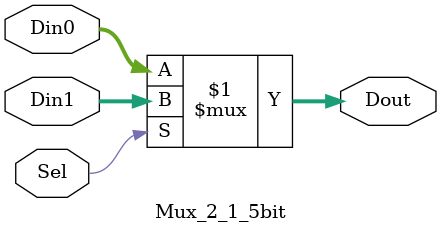
<source format=v>
`timescale 1ns / 1ps
module Mux_2_1_5bit(
		input Sel,
		input [4:0] Din0, Din1,
		output [4:0] Dout
    );
assign Dout = Sel?Din1:Din0;
endmodule

</source>
